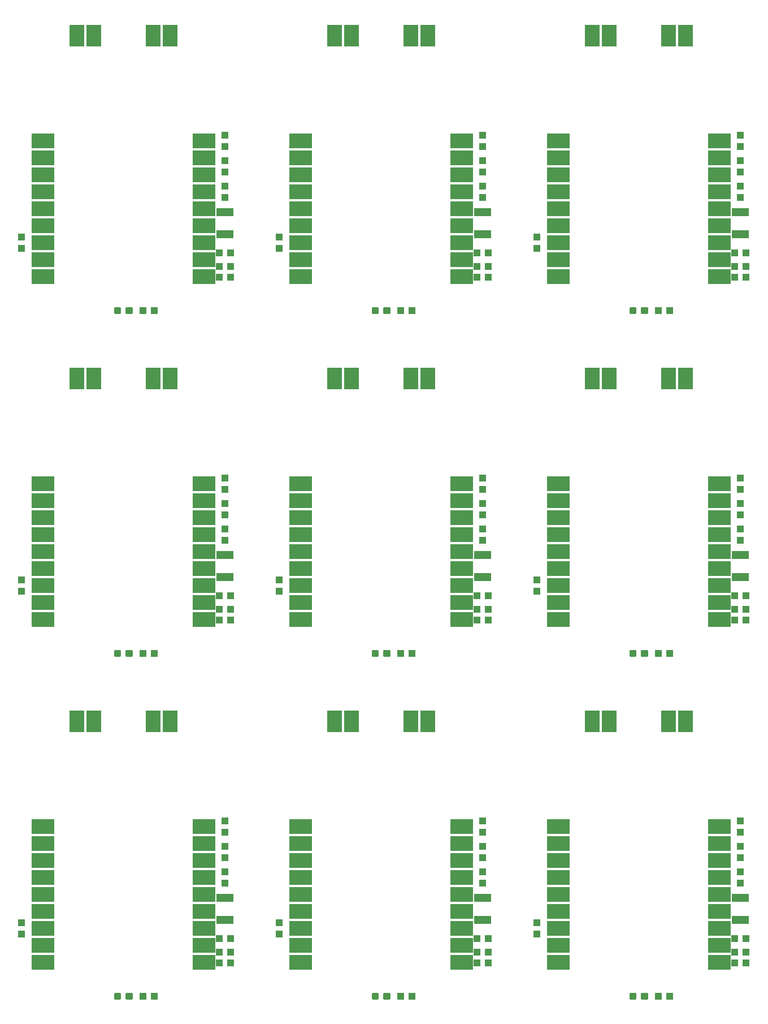
<source format=gtp>
G04 EAGLE Gerber RS-274X export*
G75*
%MOMM*%
%FSLAX34Y34*%
%LPD*%
%INSolderpaste Top*%
%IPPOS*%
%AMOC8*
5,1,8,0,0,1.08239X$1,22.5*%
G01*
%ADD10R,1.100000X1.000000*%
%ADD11C,0.300000*%
%ADD12R,3.400000X2.200000*%
%ADD13R,2.254000X3.254000*%
%ADD14R,1.000000X1.100000*%
%ADD15R,2.500000X1.200000*%


D10*
X334400Y62230D03*
X351400Y62230D03*
X334400Y78740D03*
X351400Y78740D03*
X334400Y99060D03*
X351400Y99060D03*
D11*
X185230Y16200D02*
X185230Y9200D01*
X178230Y9200D01*
X178230Y16200D01*
X185230Y16200D01*
X185230Y12050D02*
X178230Y12050D01*
X178230Y14900D02*
X185230Y14900D01*
X202770Y16200D02*
X202770Y9200D01*
X195770Y9200D01*
X195770Y16200D01*
X202770Y16200D01*
X202770Y12050D02*
X195770Y12050D01*
X195770Y14900D02*
X202770Y14900D01*
D12*
X311500Y63600D03*
D13*
X260500Y424600D03*
X235100Y424600D03*
X145900Y424600D03*
X120500Y424600D03*
D12*
X311500Y89000D03*
X311500Y114400D03*
X311500Y139800D03*
X311500Y165200D03*
X311500Y190600D03*
X311500Y216000D03*
X311500Y241400D03*
X311500Y266800D03*
X70200Y63600D03*
X70200Y89000D03*
X70200Y114400D03*
X70200Y139800D03*
X70200Y165200D03*
X70200Y190600D03*
X70200Y216000D03*
X70200Y241400D03*
X70200Y266800D03*
D14*
X38100Y105800D03*
X38100Y122800D03*
X342900Y199000D03*
X342900Y182000D03*
X342900Y275200D03*
X342900Y258200D03*
X342900Y237100D03*
X342900Y220100D03*
D10*
X220100Y12700D03*
X237100Y12700D03*
D15*
X342900Y160010D03*
X342900Y127010D03*
D10*
X720480Y62230D03*
X737480Y62230D03*
X720480Y78740D03*
X737480Y78740D03*
X720480Y99060D03*
X737480Y99060D03*
D11*
X571310Y16200D02*
X571310Y9200D01*
X564310Y9200D01*
X564310Y16200D01*
X571310Y16200D01*
X571310Y12050D02*
X564310Y12050D01*
X564310Y14900D02*
X571310Y14900D01*
X588850Y16200D02*
X588850Y9200D01*
X581850Y9200D01*
X581850Y16200D01*
X588850Y16200D01*
X588850Y12050D02*
X581850Y12050D01*
X581850Y14900D02*
X588850Y14900D01*
D12*
X697580Y63600D03*
D13*
X646580Y424600D03*
X621180Y424600D03*
X531980Y424600D03*
X506580Y424600D03*
D12*
X697580Y89000D03*
X697580Y114400D03*
X697580Y139800D03*
X697580Y165200D03*
X697580Y190600D03*
X697580Y216000D03*
X697580Y241400D03*
X697580Y266800D03*
X456280Y63600D03*
X456280Y89000D03*
X456280Y114400D03*
X456280Y139800D03*
X456280Y165200D03*
X456280Y190600D03*
X456280Y216000D03*
X456280Y241400D03*
X456280Y266800D03*
D14*
X424180Y105800D03*
X424180Y122800D03*
X728980Y199000D03*
X728980Y182000D03*
X728980Y275200D03*
X728980Y258200D03*
X728980Y237100D03*
X728980Y220100D03*
D10*
X606180Y12700D03*
X623180Y12700D03*
D15*
X728980Y160010D03*
X728980Y127010D03*
D10*
X1106560Y62230D03*
X1123560Y62230D03*
X1106560Y78740D03*
X1123560Y78740D03*
X1106560Y99060D03*
X1123560Y99060D03*
D11*
X957390Y16200D02*
X957390Y9200D01*
X950390Y9200D01*
X950390Y16200D01*
X957390Y16200D01*
X957390Y12050D02*
X950390Y12050D01*
X950390Y14900D02*
X957390Y14900D01*
X974930Y16200D02*
X974930Y9200D01*
X967930Y9200D01*
X967930Y16200D01*
X974930Y16200D01*
X974930Y12050D02*
X967930Y12050D01*
X967930Y14900D02*
X974930Y14900D01*
D12*
X1083660Y63600D03*
D13*
X1032660Y424600D03*
X1007260Y424600D03*
X918060Y424600D03*
X892660Y424600D03*
D12*
X1083660Y89000D03*
X1083660Y114400D03*
X1083660Y139800D03*
X1083660Y165200D03*
X1083660Y190600D03*
X1083660Y216000D03*
X1083660Y241400D03*
X1083660Y266800D03*
X842360Y63600D03*
X842360Y89000D03*
X842360Y114400D03*
X842360Y139800D03*
X842360Y165200D03*
X842360Y190600D03*
X842360Y216000D03*
X842360Y241400D03*
X842360Y266800D03*
D14*
X810260Y105800D03*
X810260Y122800D03*
X1115060Y199000D03*
X1115060Y182000D03*
X1115060Y275200D03*
X1115060Y258200D03*
X1115060Y237100D03*
X1115060Y220100D03*
D10*
X992260Y12700D03*
X1009260Y12700D03*
D15*
X1115060Y160010D03*
X1115060Y127010D03*
D10*
X334400Y575310D03*
X351400Y575310D03*
X334400Y591820D03*
X351400Y591820D03*
X334400Y612140D03*
X351400Y612140D03*
D11*
X185230Y529280D02*
X185230Y522280D01*
X178230Y522280D01*
X178230Y529280D01*
X185230Y529280D01*
X185230Y525130D02*
X178230Y525130D01*
X178230Y527980D02*
X185230Y527980D01*
X202770Y529280D02*
X202770Y522280D01*
X195770Y522280D01*
X195770Y529280D01*
X202770Y529280D01*
X202770Y525130D02*
X195770Y525130D01*
X195770Y527980D02*
X202770Y527980D01*
D12*
X311500Y576680D03*
D13*
X260500Y937680D03*
X235100Y937680D03*
X145900Y937680D03*
X120500Y937680D03*
D12*
X311500Y602080D03*
X311500Y627480D03*
X311500Y652880D03*
X311500Y678280D03*
X311500Y703680D03*
X311500Y729080D03*
X311500Y754480D03*
X311500Y779880D03*
X70200Y576680D03*
X70200Y602080D03*
X70200Y627480D03*
X70200Y652880D03*
X70200Y678280D03*
X70200Y703680D03*
X70200Y729080D03*
X70200Y754480D03*
X70200Y779880D03*
D14*
X38100Y618880D03*
X38100Y635880D03*
X342900Y712080D03*
X342900Y695080D03*
X342900Y788280D03*
X342900Y771280D03*
X342900Y750180D03*
X342900Y733180D03*
D10*
X220100Y525780D03*
X237100Y525780D03*
D15*
X342900Y673090D03*
X342900Y640090D03*
D10*
X720480Y575310D03*
X737480Y575310D03*
X720480Y591820D03*
X737480Y591820D03*
X720480Y612140D03*
X737480Y612140D03*
D11*
X571310Y529280D02*
X571310Y522280D01*
X564310Y522280D01*
X564310Y529280D01*
X571310Y529280D01*
X571310Y525130D02*
X564310Y525130D01*
X564310Y527980D02*
X571310Y527980D01*
X588850Y529280D02*
X588850Y522280D01*
X581850Y522280D01*
X581850Y529280D01*
X588850Y529280D01*
X588850Y525130D02*
X581850Y525130D01*
X581850Y527980D02*
X588850Y527980D01*
D12*
X697580Y576680D03*
D13*
X646580Y937680D03*
X621180Y937680D03*
X531980Y937680D03*
X506580Y937680D03*
D12*
X697580Y602080D03*
X697580Y627480D03*
X697580Y652880D03*
X697580Y678280D03*
X697580Y703680D03*
X697580Y729080D03*
X697580Y754480D03*
X697580Y779880D03*
X456280Y576680D03*
X456280Y602080D03*
X456280Y627480D03*
X456280Y652880D03*
X456280Y678280D03*
X456280Y703680D03*
X456280Y729080D03*
X456280Y754480D03*
X456280Y779880D03*
D14*
X424180Y618880D03*
X424180Y635880D03*
X728980Y712080D03*
X728980Y695080D03*
X728980Y788280D03*
X728980Y771280D03*
X728980Y750180D03*
X728980Y733180D03*
D10*
X606180Y525780D03*
X623180Y525780D03*
D15*
X728980Y673090D03*
X728980Y640090D03*
D10*
X1106560Y575310D03*
X1123560Y575310D03*
X1106560Y591820D03*
X1123560Y591820D03*
X1106560Y612140D03*
X1123560Y612140D03*
D11*
X957390Y529280D02*
X957390Y522280D01*
X950390Y522280D01*
X950390Y529280D01*
X957390Y529280D01*
X957390Y525130D02*
X950390Y525130D01*
X950390Y527980D02*
X957390Y527980D01*
X974930Y529280D02*
X974930Y522280D01*
X967930Y522280D01*
X967930Y529280D01*
X974930Y529280D01*
X974930Y525130D02*
X967930Y525130D01*
X967930Y527980D02*
X974930Y527980D01*
D12*
X1083660Y576680D03*
D13*
X1032660Y937680D03*
X1007260Y937680D03*
X918060Y937680D03*
X892660Y937680D03*
D12*
X1083660Y602080D03*
X1083660Y627480D03*
X1083660Y652880D03*
X1083660Y678280D03*
X1083660Y703680D03*
X1083660Y729080D03*
X1083660Y754480D03*
X1083660Y779880D03*
X842360Y576680D03*
X842360Y602080D03*
X842360Y627480D03*
X842360Y652880D03*
X842360Y678280D03*
X842360Y703680D03*
X842360Y729080D03*
X842360Y754480D03*
X842360Y779880D03*
D14*
X810260Y618880D03*
X810260Y635880D03*
X1115060Y712080D03*
X1115060Y695080D03*
X1115060Y788280D03*
X1115060Y771280D03*
X1115060Y750180D03*
X1115060Y733180D03*
D10*
X992260Y525780D03*
X1009260Y525780D03*
D15*
X1115060Y673090D03*
X1115060Y640090D03*
D10*
X334400Y1088390D03*
X351400Y1088390D03*
X334400Y1104900D03*
X351400Y1104900D03*
X334400Y1125220D03*
X351400Y1125220D03*
D11*
X185230Y1042360D02*
X185230Y1035360D01*
X178230Y1035360D01*
X178230Y1042360D01*
X185230Y1042360D01*
X185230Y1038210D02*
X178230Y1038210D01*
X178230Y1041060D02*
X185230Y1041060D01*
X202770Y1042360D02*
X202770Y1035360D01*
X195770Y1035360D01*
X195770Y1042360D01*
X202770Y1042360D01*
X202770Y1038210D02*
X195770Y1038210D01*
X195770Y1041060D02*
X202770Y1041060D01*
D12*
X311500Y1089760D03*
D13*
X260500Y1450760D03*
X235100Y1450760D03*
X145900Y1450760D03*
X120500Y1450760D03*
D12*
X311500Y1115160D03*
X311500Y1140560D03*
X311500Y1165960D03*
X311500Y1191360D03*
X311500Y1216760D03*
X311500Y1242160D03*
X311500Y1267560D03*
X311500Y1292960D03*
X70200Y1089760D03*
X70200Y1115160D03*
X70200Y1140560D03*
X70200Y1165960D03*
X70200Y1191360D03*
X70200Y1216760D03*
X70200Y1242160D03*
X70200Y1267560D03*
X70200Y1292960D03*
D14*
X38100Y1131960D03*
X38100Y1148960D03*
X342900Y1225160D03*
X342900Y1208160D03*
X342900Y1301360D03*
X342900Y1284360D03*
X342900Y1263260D03*
X342900Y1246260D03*
D10*
X220100Y1038860D03*
X237100Y1038860D03*
D15*
X342900Y1186170D03*
X342900Y1153170D03*
D10*
X720480Y1088390D03*
X737480Y1088390D03*
X720480Y1104900D03*
X737480Y1104900D03*
X720480Y1125220D03*
X737480Y1125220D03*
D11*
X571310Y1042360D02*
X571310Y1035360D01*
X564310Y1035360D01*
X564310Y1042360D01*
X571310Y1042360D01*
X571310Y1038210D02*
X564310Y1038210D01*
X564310Y1041060D02*
X571310Y1041060D01*
X588850Y1042360D02*
X588850Y1035360D01*
X581850Y1035360D01*
X581850Y1042360D01*
X588850Y1042360D01*
X588850Y1038210D02*
X581850Y1038210D01*
X581850Y1041060D02*
X588850Y1041060D01*
D12*
X697580Y1089760D03*
D13*
X646580Y1450760D03*
X621180Y1450760D03*
X531980Y1450760D03*
X506580Y1450760D03*
D12*
X697580Y1115160D03*
X697580Y1140560D03*
X697580Y1165960D03*
X697580Y1191360D03*
X697580Y1216760D03*
X697580Y1242160D03*
X697580Y1267560D03*
X697580Y1292960D03*
X456280Y1089760D03*
X456280Y1115160D03*
X456280Y1140560D03*
X456280Y1165960D03*
X456280Y1191360D03*
X456280Y1216760D03*
X456280Y1242160D03*
X456280Y1267560D03*
X456280Y1292960D03*
D14*
X424180Y1131960D03*
X424180Y1148960D03*
X728980Y1225160D03*
X728980Y1208160D03*
X728980Y1301360D03*
X728980Y1284360D03*
X728980Y1263260D03*
X728980Y1246260D03*
D10*
X606180Y1038860D03*
X623180Y1038860D03*
D15*
X728980Y1186170D03*
X728980Y1153170D03*
D10*
X1106560Y1088390D03*
X1123560Y1088390D03*
X1106560Y1104900D03*
X1123560Y1104900D03*
X1106560Y1125220D03*
X1123560Y1125220D03*
D11*
X957390Y1042360D02*
X957390Y1035360D01*
X950390Y1035360D01*
X950390Y1042360D01*
X957390Y1042360D01*
X957390Y1038210D02*
X950390Y1038210D01*
X950390Y1041060D02*
X957390Y1041060D01*
X974930Y1042360D02*
X974930Y1035360D01*
X967930Y1035360D01*
X967930Y1042360D01*
X974930Y1042360D01*
X974930Y1038210D02*
X967930Y1038210D01*
X967930Y1041060D02*
X974930Y1041060D01*
D12*
X1083660Y1089760D03*
D13*
X1032660Y1450760D03*
X1007260Y1450760D03*
X918060Y1450760D03*
X892660Y1450760D03*
D12*
X1083660Y1115160D03*
X1083660Y1140560D03*
X1083660Y1165960D03*
X1083660Y1191360D03*
X1083660Y1216760D03*
X1083660Y1242160D03*
X1083660Y1267560D03*
X1083660Y1292960D03*
X842360Y1089760D03*
X842360Y1115160D03*
X842360Y1140560D03*
X842360Y1165960D03*
X842360Y1191360D03*
X842360Y1216760D03*
X842360Y1242160D03*
X842360Y1267560D03*
X842360Y1292960D03*
D14*
X810260Y1131960D03*
X810260Y1148960D03*
X1115060Y1225160D03*
X1115060Y1208160D03*
X1115060Y1301360D03*
X1115060Y1284360D03*
X1115060Y1263260D03*
X1115060Y1246260D03*
D10*
X992260Y1038860D03*
X1009260Y1038860D03*
D15*
X1115060Y1186170D03*
X1115060Y1153170D03*
M02*

</source>
